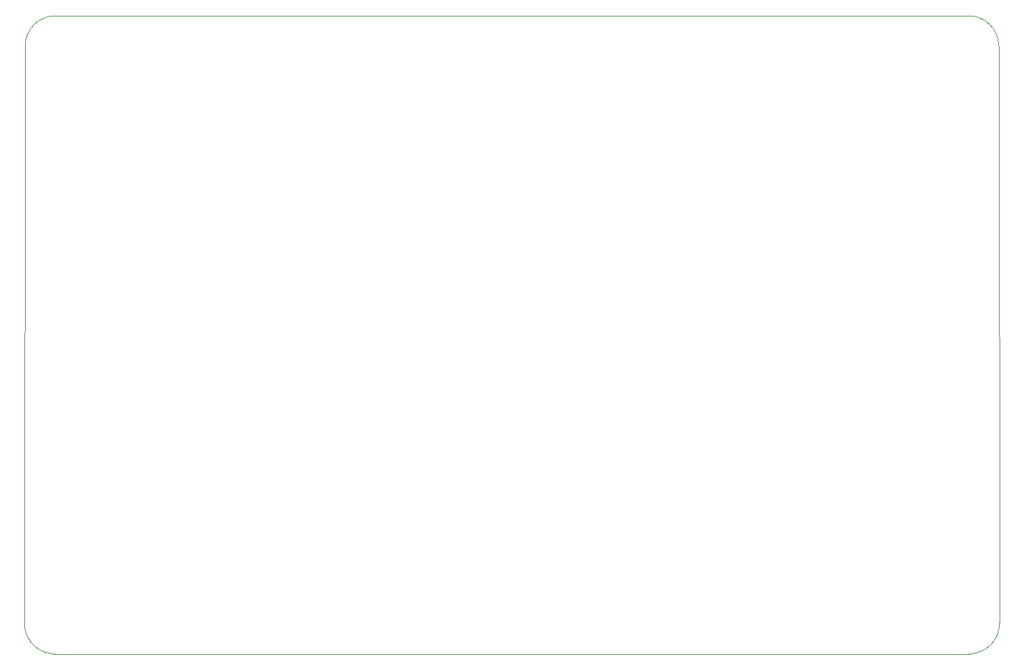
<source format=gbr>
%TF.GenerationSoftware,Altium Limited,Altium Designer,22.7.1 (60)*%
G04 Layer_Color=0*
%FSLAX43Y43*%
%MOMM*%
%TF.SameCoordinates,9F5AA4AF-AB1A-42FA-95B2-595A31CD3D24*%
%TF.FilePolarity,Positive*%
%TF.FileFunction,Profile,NP*%
%TF.Part,Single*%
G01*
G75*
%TA.AperFunction,Profile*%
%ADD72C,0.025*%
D72*
X3810Y600D02*
G02*
X-100Y4510I0J3910D01*
G01*
X0Y78740D01*
D02*
G02*
X3810Y82600I3835J25D01*
G01*
X121179D01*
D02*
G02*
X125000Y78740I-20J-3840D01*
G01*
X125100Y4526D01*
D02*
G02*
X121142Y600I-3942J16D01*
G01*
X3810Y600D01*
%TF.MD5,baaf3d4fae717f53c3410930c46d588a*%
M02*

</source>
